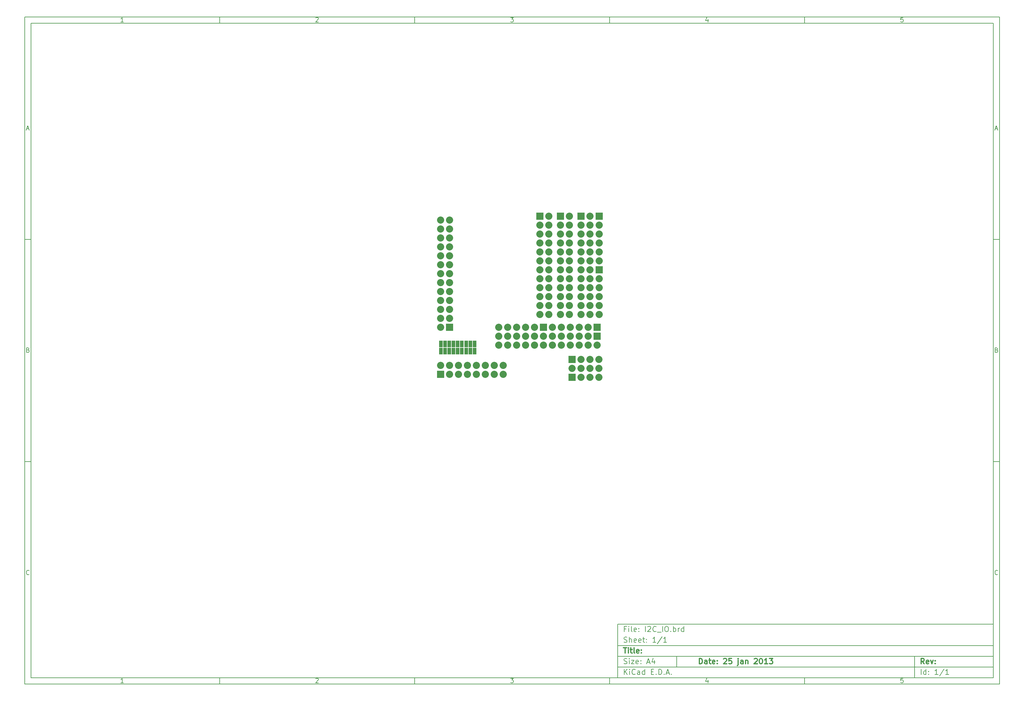
<source format=gbs>
G04 (created by PCBNEW-RS274X (2012-apr-16-27)-stable) date Fri 25 Jan 2013 18:12:53 GMT*
G01*
G70*
G90*
%MOIN*%
G04 Gerber Fmt 3.4, Leading zero omitted, Abs format*
%FSLAX34Y34*%
G04 APERTURE LIST*
%ADD10C,0.006000*%
%ADD11C,0.012000*%
%ADD12R,0.080000X0.080000*%
%ADD13C,0.080000*%
%ADD14R,0.043600X0.075100*%
G04 APERTURE END LIST*
G54D10*
X04000Y-04000D02*
X113000Y-04000D01*
X113000Y-78670D01*
X04000Y-78670D01*
X04000Y-04000D01*
X04700Y-04700D02*
X112300Y-04700D01*
X112300Y-77970D01*
X04700Y-77970D01*
X04700Y-04700D01*
X25800Y-04000D02*
X25800Y-04700D01*
X15043Y-04552D02*
X14757Y-04552D01*
X14900Y-04552D02*
X14900Y-04052D01*
X14852Y-04124D01*
X14805Y-04171D01*
X14757Y-04195D01*
X25800Y-78670D02*
X25800Y-77970D01*
X15043Y-78522D02*
X14757Y-78522D01*
X14900Y-78522D02*
X14900Y-78022D01*
X14852Y-78094D01*
X14805Y-78141D01*
X14757Y-78165D01*
X47600Y-04000D02*
X47600Y-04700D01*
X36557Y-04100D02*
X36581Y-04076D01*
X36629Y-04052D01*
X36748Y-04052D01*
X36795Y-04076D01*
X36819Y-04100D01*
X36843Y-04148D01*
X36843Y-04195D01*
X36819Y-04267D01*
X36533Y-04552D01*
X36843Y-04552D01*
X47600Y-78670D02*
X47600Y-77970D01*
X36557Y-78070D02*
X36581Y-78046D01*
X36629Y-78022D01*
X36748Y-78022D01*
X36795Y-78046D01*
X36819Y-78070D01*
X36843Y-78118D01*
X36843Y-78165D01*
X36819Y-78237D01*
X36533Y-78522D01*
X36843Y-78522D01*
X69400Y-04000D02*
X69400Y-04700D01*
X58333Y-04052D02*
X58643Y-04052D01*
X58476Y-04243D01*
X58548Y-04243D01*
X58595Y-04267D01*
X58619Y-04290D01*
X58643Y-04338D01*
X58643Y-04457D01*
X58619Y-04505D01*
X58595Y-04529D01*
X58548Y-04552D01*
X58405Y-04552D01*
X58357Y-04529D01*
X58333Y-04505D01*
X69400Y-78670D02*
X69400Y-77970D01*
X58333Y-78022D02*
X58643Y-78022D01*
X58476Y-78213D01*
X58548Y-78213D01*
X58595Y-78237D01*
X58619Y-78260D01*
X58643Y-78308D01*
X58643Y-78427D01*
X58619Y-78475D01*
X58595Y-78499D01*
X58548Y-78522D01*
X58405Y-78522D01*
X58357Y-78499D01*
X58333Y-78475D01*
X91200Y-04000D02*
X91200Y-04700D01*
X80395Y-04219D02*
X80395Y-04552D01*
X80276Y-04029D02*
X80157Y-04386D01*
X80467Y-04386D01*
X91200Y-78670D02*
X91200Y-77970D01*
X80395Y-78189D02*
X80395Y-78522D01*
X80276Y-77999D02*
X80157Y-78356D01*
X80467Y-78356D01*
X102219Y-04052D02*
X101981Y-04052D01*
X101957Y-04290D01*
X101981Y-04267D01*
X102029Y-04243D01*
X102148Y-04243D01*
X102195Y-04267D01*
X102219Y-04290D01*
X102243Y-04338D01*
X102243Y-04457D01*
X102219Y-04505D01*
X102195Y-04529D01*
X102148Y-04552D01*
X102029Y-04552D01*
X101981Y-04529D01*
X101957Y-04505D01*
X102219Y-78022D02*
X101981Y-78022D01*
X101957Y-78260D01*
X101981Y-78237D01*
X102029Y-78213D01*
X102148Y-78213D01*
X102195Y-78237D01*
X102219Y-78260D01*
X102243Y-78308D01*
X102243Y-78427D01*
X102219Y-78475D01*
X102195Y-78499D01*
X102148Y-78522D01*
X102029Y-78522D01*
X101981Y-78499D01*
X101957Y-78475D01*
X04000Y-28890D02*
X04700Y-28890D01*
X04231Y-16510D02*
X04469Y-16510D01*
X04184Y-16652D02*
X04350Y-16152D01*
X04517Y-16652D01*
X113000Y-28890D02*
X112300Y-28890D01*
X112531Y-16510D02*
X112769Y-16510D01*
X112484Y-16652D02*
X112650Y-16152D01*
X112817Y-16652D01*
X04000Y-53780D02*
X04700Y-53780D01*
X04386Y-41280D02*
X04457Y-41304D01*
X04481Y-41328D01*
X04505Y-41376D01*
X04505Y-41447D01*
X04481Y-41495D01*
X04457Y-41519D01*
X04410Y-41542D01*
X04219Y-41542D01*
X04219Y-41042D01*
X04386Y-41042D01*
X04433Y-41066D01*
X04457Y-41090D01*
X04481Y-41138D01*
X04481Y-41185D01*
X04457Y-41233D01*
X04433Y-41257D01*
X04386Y-41280D01*
X04219Y-41280D01*
X113000Y-53780D02*
X112300Y-53780D01*
X112686Y-41280D02*
X112757Y-41304D01*
X112781Y-41328D01*
X112805Y-41376D01*
X112805Y-41447D01*
X112781Y-41495D01*
X112757Y-41519D01*
X112710Y-41542D01*
X112519Y-41542D01*
X112519Y-41042D01*
X112686Y-41042D01*
X112733Y-41066D01*
X112757Y-41090D01*
X112781Y-41138D01*
X112781Y-41185D01*
X112757Y-41233D01*
X112733Y-41257D01*
X112686Y-41280D01*
X112519Y-41280D01*
X04505Y-66385D02*
X04481Y-66409D01*
X04410Y-66432D01*
X04362Y-66432D01*
X04290Y-66409D01*
X04243Y-66361D01*
X04219Y-66313D01*
X04195Y-66218D01*
X04195Y-66147D01*
X04219Y-66051D01*
X04243Y-66004D01*
X04290Y-65956D01*
X04362Y-65932D01*
X04410Y-65932D01*
X04481Y-65956D01*
X04505Y-65980D01*
X112805Y-66385D02*
X112781Y-66409D01*
X112710Y-66432D01*
X112662Y-66432D01*
X112590Y-66409D01*
X112543Y-66361D01*
X112519Y-66313D01*
X112495Y-66218D01*
X112495Y-66147D01*
X112519Y-66051D01*
X112543Y-66004D01*
X112590Y-65956D01*
X112662Y-65932D01*
X112710Y-65932D01*
X112781Y-65956D01*
X112805Y-65980D01*
G54D11*
X79443Y-76413D02*
X79443Y-75813D01*
X79586Y-75813D01*
X79671Y-75841D01*
X79729Y-75899D01*
X79757Y-75956D01*
X79786Y-76070D01*
X79786Y-76156D01*
X79757Y-76270D01*
X79729Y-76327D01*
X79671Y-76384D01*
X79586Y-76413D01*
X79443Y-76413D01*
X80300Y-76413D02*
X80300Y-76099D01*
X80271Y-76041D01*
X80214Y-76013D01*
X80100Y-76013D01*
X80043Y-76041D01*
X80300Y-76384D02*
X80243Y-76413D01*
X80100Y-76413D01*
X80043Y-76384D01*
X80014Y-76327D01*
X80014Y-76270D01*
X80043Y-76213D01*
X80100Y-76184D01*
X80243Y-76184D01*
X80300Y-76156D01*
X80500Y-76013D02*
X80729Y-76013D01*
X80586Y-75813D02*
X80586Y-76327D01*
X80614Y-76384D01*
X80672Y-76413D01*
X80729Y-76413D01*
X81157Y-76384D02*
X81100Y-76413D01*
X80986Y-76413D01*
X80929Y-76384D01*
X80900Y-76327D01*
X80900Y-76099D01*
X80929Y-76041D01*
X80986Y-76013D01*
X81100Y-76013D01*
X81157Y-76041D01*
X81186Y-76099D01*
X81186Y-76156D01*
X80900Y-76213D01*
X81443Y-76356D02*
X81471Y-76384D01*
X81443Y-76413D01*
X81414Y-76384D01*
X81443Y-76356D01*
X81443Y-76413D01*
X81443Y-76041D02*
X81471Y-76070D01*
X81443Y-76099D01*
X81414Y-76070D01*
X81443Y-76041D01*
X81443Y-76099D01*
X82157Y-75870D02*
X82186Y-75841D01*
X82243Y-75813D01*
X82386Y-75813D01*
X82443Y-75841D01*
X82472Y-75870D01*
X82500Y-75927D01*
X82500Y-75984D01*
X82472Y-76070D01*
X82129Y-76413D01*
X82500Y-76413D01*
X83043Y-75813D02*
X82757Y-75813D01*
X82728Y-76099D01*
X82757Y-76070D01*
X82814Y-76041D01*
X82957Y-76041D01*
X83014Y-76070D01*
X83043Y-76099D01*
X83071Y-76156D01*
X83071Y-76299D01*
X83043Y-76356D01*
X83014Y-76384D01*
X82957Y-76413D01*
X82814Y-76413D01*
X82757Y-76384D01*
X82728Y-76356D01*
X83785Y-76013D02*
X83785Y-76527D01*
X83756Y-76584D01*
X83699Y-76613D01*
X83671Y-76613D01*
X83785Y-75813D02*
X83756Y-75841D01*
X83785Y-75870D01*
X83813Y-75841D01*
X83785Y-75813D01*
X83785Y-75870D01*
X84328Y-76413D02*
X84328Y-76099D01*
X84299Y-76041D01*
X84242Y-76013D01*
X84128Y-76013D01*
X84071Y-76041D01*
X84328Y-76384D02*
X84271Y-76413D01*
X84128Y-76413D01*
X84071Y-76384D01*
X84042Y-76327D01*
X84042Y-76270D01*
X84071Y-76213D01*
X84128Y-76184D01*
X84271Y-76184D01*
X84328Y-76156D01*
X84614Y-76013D02*
X84614Y-76413D01*
X84614Y-76070D02*
X84642Y-76041D01*
X84700Y-76013D01*
X84785Y-76013D01*
X84842Y-76041D01*
X84871Y-76099D01*
X84871Y-76413D01*
X85585Y-75870D02*
X85614Y-75841D01*
X85671Y-75813D01*
X85814Y-75813D01*
X85871Y-75841D01*
X85900Y-75870D01*
X85928Y-75927D01*
X85928Y-75984D01*
X85900Y-76070D01*
X85557Y-76413D01*
X85928Y-76413D01*
X86299Y-75813D02*
X86356Y-75813D01*
X86413Y-75841D01*
X86442Y-75870D01*
X86471Y-75927D01*
X86499Y-76041D01*
X86499Y-76184D01*
X86471Y-76299D01*
X86442Y-76356D01*
X86413Y-76384D01*
X86356Y-76413D01*
X86299Y-76413D01*
X86242Y-76384D01*
X86213Y-76356D01*
X86185Y-76299D01*
X86156Y-76184D01*
X86156Y-76041D01*
X86185Y-75927D01*
X86213Y-75870D01*
X86242Y-75841D01*
X86299Y-75813D01*
X87070Y-76413D02*
X86727Y-76413D01*
X86899Y-76413D02*
X86899Y-75813D01*
X86842Y-75899D01*
X86784Y-75956D01*
X86727Y-75984D01*
X87270Y-75813D02*
X87641Y-75813D01*
X87441Y-76041D01*
X87527Y-76041D01*
X87584Y-76070D01*
X87613Y-76099D01*
X87641Y-76156D01*
X87641Y-76299D01*
X87613Y-76356D01*
X87584Y-76384D01*
X87527Y-76413D01*
X87355Y-76413D01*
X87298Y-76384D01*
X87270Y-76356D01*
G54D10*
X71043Y-77613D02*
X71043Y-77013D01*
X71386Y-77613D02*
X71129Y-77270D01*
X71386Y-77013D02*
X71043Y-77356D01*
X71643Y-77613D02*
X71643Y-77213D01*
X71643Y-77013D02*
X71614Y-77041D01*
X71643Y-77070D01*
X71671Y-77041D01*
X71643Y-77013D01*
X71643Y-77070D01*
X72272Y-77556D02*
X72243Y-77584D01*
X72157Y-77613D01*
X72100Y-77613D01*
X72015Y-77584D01*
X71957Y-77527D01*
X71929Y-77470D01*
X71900Y-77356D01*
X71900Y-77270D01*
X71929Y-77156D01*
X71957Y-77099D01*
X72015Y-77041D01*
X72100Y-77013D01*
X72157Y-77013D01*
X72243Y-77041D01*
X72272Y-77070D01*
X72786Y-77613D02*
X72786Y-77299D01*
X72757Y-77241D01*
X72700Y-77213D01*
X72586Y-77213D01*
X72529Y-77241D01*
X72786Y-77584D02*
X72729Y-77613D01*
X72586Y-77613D01*
X72529Y-77584D01*
X72500Y-77527D01*
X72500Y-77470D01*
X72529Y-77413D01*
X72586Y-77384D01*
X72729Y-77384D01*
X72786Y-77356D01*
X73329Y-77613D02*
X73329Y-77013D01*
X73329Y-77584D02*
X73272Y-77613D01*
X73158Y-77613D01*
X73100Y-77584D01*
X73072Y-77556D01*
X73043Y-77499D01*
X73043Y-77327D01*
X73072Y-77270D01*
X73100Y-77241D01*
X73158Y-77213D01*
X73272Y-77213D01*
X73329Y-77241D01*
X74072Y-77299D02*
X74272Y-77299D01*
X74358Y-77613D02*
X74072Y-77613D01*
X74072Y-77013D01*
X74358Y-77013D01*
X74615Y-77556D02*
X74643Y-77584D01*
X74615Y-77613D01*
X74586Y-77584D01*
X74615Y-77556D01*
X74615Y-77613D01*
X74901Y-77613D02*
X74901Y-77013D01*
X75044Y-77013D01*
X75129Y-77041D01*
X75187Y-77099D01*
X75215Y-77156D01*
X75244Y-77270D01*
X75244Y-77356D01*
X75215Y-77470D01*
X75187Y-77527D01*
X75129Y-77584D01*
X75044Y-77613D01*
X74901Y-77613D01*
X75501Y-77556D02*
X75529Y-77584D01*
X75501Y-77613D01*
X75472Y-77584D01*
X75501Y-77556D01*
X75501Y-77613D01*
X75758Y-77441D02*
X76044Y-77441D01*
X75701Y-77613D02*
X75901Y-77013D01*
X76101Y-77613D01*
X76301Y-77556D02*
X76329Y-77584D01*
X76301Y-77613D01*
X76272Y-77584D01*
X76301Y-77556D01*
X76301Y-77613D01*
G54D11*
X104586Y-76413D02*
X104386Y-76127D01*
X104243Y-76413D02*
X104243Y-75813D01*
X104471Y-75813D01*
X104529Y-75841D01*
X104557Y-75870D01*
X104586Y-75927D01*
X104586Y-76013D01*
X104557Y-76070D01*
X104529Y-76099D01*
X104471Y-76127D01*
X104243Y-76127D01*
X105071Y-76384D02*
X105014Y-76413D01*
X104900Y-76413D01*
X104843Y-76384D01*
X104814Y-76327D01*
X104814Y-76099D01*
X104843Y-76041D01*
X104900Y-76013D01*
X105014Y-76013D01*
X105071Y-76041D01*
X105100Y-76099D01*
X105100Y-76156D01*
X104814Y-76213D01*
X105300Y-76013D02*
X105443Y-76413D01*
X105585Y-76013D01*
X105814Y-76356D02*
X105842Y-76384D01*
X105814Y-76413D01*
X105785Y-76384D01*
X105814Y-76356D01*
X105814Y-76413D01*
X105814Y-76041D02*
X105842Y-76070D01*
X105814Y-76099D01*
X105785Y-76070D01*
X105814Y-76041D01*
X105814Y-76099D01*
G54D10*
X71014Y-76384D02*
X71100Y-76413D01*
X71243Y-76413D01*
X71300Y-76384D01*
X71329Y-76356D01*
X71357Y-76299D01*
X71357Y-76241D01*
X71329Y-76184D01*
X71300Y-76156D01*
X71243Y-76127D01*
X71129Y-76099D01*
X71071Y-76070D01*
X71043Y-76041D01*
X71014Y-75984D01*
X71014Y-75927D01*
X71043Y-75870D01*
X71071Y-75841D01*
X71129Y-75813D01*
X71271Y-75813D01*
X71357Y-75841D01*
X71614Y-76413D02*
X71614Y-76013D01*
X71614Y-75813D02*
X71585Y-75841D01*
X71614Y-75870D01*
X71642Y-75841D01*
X71614Y-75813D01*
X71614Y-75870D01*
X71843Y-76013D02*
X72157Y-76013D01*
X71843Y-76413D01*
X72157Y-76413D01*
X72614Y-76384D02*
X72557Y-76413D01*
X72443Y-76413D01*
X72386Y-76384D01*
X72357Y-76327D01*
X72357Y-76099D01*
X72386Y-76041D01*
X72443Y-76013D01*
X72557Y-76013D01*
X72614Y-76041D01*
X72643Y-76099D01*
X72643Y-76156D01*
X72357Y-76213D01*
X72900Y-76356D02*
X72928Y-76384D01*
X72900Y-76413D01*
X72871Y-76384D01*
X72900Y-76356D01*
X72900Y-76413D01*
X72900Y-76041D02*
X72928Y-76070D01*
X72900Y-76099D01*
X72871Y-76070D01*
X72900Y-76041D01*
X72900Y-76099D01*
X73614Y-76241D02*
X73900Y-76241D01*
X73557Y-76413D02*
X73757Y-75813D01*
X73957Y-76413D01*
X74414Y-76013D02*
X74414Y-76413D01*
X74271Y-75784D02*
X74128Y-76213D01*
X74500Y-76213D01*
X104243Y-77613D02*
X104243Y-77013D01*
X104786Y-77613D02*
X104786Y-77013D01*
X104786Y-77584D02*
X104729Y-77613D01*
X104615Y-77613D01*
X104557Y-77584D01*
X104529Y-77556D01*
X104500Y-77499D01*
X104500Y-77327D01*
X104529Y-77270D01*
X104557Y-77241D01*
X104615Y-77213D01*
X104729Y-77213D01*
X104786Y-77241D01*
X105072Y-77556D02*
X105100Y-77584D01*
X105072Y-77613D01*
X105043Y-77584D01*
X105072Y-77556D01*
X105072Y-77613D01*
X105072Y-77241D02*
X105100Y-77270D01*
X105072Y-77299D01*
X105043Y-77270D01*
X105072Y-77241D01*
X105072Y-77299D01*
X106129Y-77613D02*
X105786Y-77613D01*
X105958Y-77613D02*
X105958Y-77013D01*
X105901Y-77099D01*
X105843Y-77156D01*
X105786Y-77184D01*
X106814Y-76984D02*
X106300Y-77756D01*
X107329Y-77613D02*
X106986Y-77613D01*
X107158Y-77613D02*
X107158Y-77013D01*
X107101Y-77099D01*
X107043Y-77156D01*
X106986Y-77184D01*
G54D11*
X70957Y-74613D02*
X71300Y-74613D01*
X71129Y-75213D02*
X71129Y-74613D01*
X71500Y-75213D02*
X71500Y-74813D01*
X71500Y-74613D02*
X71471Y-74641D01*
X71500Y-74670D01*
X71528Y-74641D01*
X71500Y-74613D01*
X71500Y-74670D01*
X71700Y-74813D02*
X71929Y-74813D01*
X71786Y-74613D02*
X71786Y-75127D01*
X71814Y-75184D01*
X71872Y-75213D01*
X71929Y-75213D01*
X72215Y-75213D02*
X72157Y-75184D01*
X72129Y-75127D01*
X72129Y-74613D01*
X72671Y-75184D02*
X72614Y-75213D01*
X72500Y-75213D01*
X72443Y-75184D01*
X72414Y-75127D01*
X72414Y-74899D01*
X72443Y-74841D01*
X72500Y-74813D01*
X72614Y-74813D01*
X72671Y-74841D01*
X72700Y-74899D01*
X72700Y-74956D01*
X72414Y-75013D01*
X72957Y-75156D02*
X72985Y-75184D01*
X72957Y-75213D01*
X72928Y-75184D01*
X72957Y-75156D01*
X72957Y-75213D01*
X72957Y-74841D02*
X72985Y-74870D01*
X72957Y-74899D01*
X72928Y-74870D01*
X72957Y-74841D01*
X72957Y-74899D01*
G54D10*
X71243Y-72499D02*
X71043Y-72499D01*
X71043Y-72813D02*
X71043Y-72213D01*
X71329Y-72213D01*
X71557Y-72813D02*
X71557Y-72413D01*
X71557Y-72213D02*
X71528Y-72241D01*
X71557Y-72270D01*
X71585Y-72241D01*
X71557Y-72213D01*
X71557Y-72270D01*
X71929Y-72813D02*
X71871Y-72784D01*
X71843Y-72727D01*
X71843Y-72213D01*
X72385Y-72784D02*
X72328Y-72813D01*
X72214Y-72813D01*
X72157Y-72784D01*
X72128Y-72727D01*
X72128Y-72499D01*
X72157Y-72441D01*
X72214Y-72413D01*
X72328Y-72413D01*
X72385Y-72441D01*
X72414Y-72499D01*
X72414Y-72556D01*
X72128Y-72613D01*
X72671Y-72756D02*
X72699Y-72784D01*
X72671Y-72813D01*
X72642Y-72784D01*
X72671Y-72756D01*
X72671Y-72813D01*
X72671Y-72441D02*
X72699Y-72470D01*
X72671Y-72499D01*
X72642Y-72470D01*
X72671Y-72441D01*
X72671Y-72499D01*
X73414Y-72813D02*
X73414Y-72213D01*
X73671Y-72270D02*
X73700Y-72241D01*
X73757Y-72213D01*
X73900Y-72213D01*
X73957Y-72241D01*
X73986Y-72270D01*
X74014Y-72327D01*
X74014Y-72384D01*
X73986Y-72470D01*
X73643Y-72813D01*
X74014Y-72813D01*
X74614Y-72756D02*
X74585Y-72784D01*
X74499Y-72813D01*
X74442Y-72813D01*
X74357Y-72784D01*
X74299Y-72727D01*
X74271Y-72670D01*
X74242Y-72556D01*
X74242Y-72470D01*
X74271Y-72356D01*
X74299Y-72299D01*
X74357Y-72241D01*
X74442Y-72213D01*
X74499Y-72213D01*
X74585Y-72241D01*
X74614Y-72270D01*
X74728Y-72870D02*
X75185Y-72870D01*
X75328Y-72813D02*
X75328Y-72213D01*
X75728Y-72213D02*
X75842Y-72213D01*
X75900Y-72241D01*
X75957Y-72299D01*
X75985Y-72413D01*
X75985Y-72613D01*
X75957Y-72727D01*
X75900Y-72784D01*
X75842Y-72813D01*
X75728Y-72813D01*
X75671Y-72784D01*
X75614Y-72727D01*
X75585Y-72613D01*
X75585Y-72413D01*
X75614Y-72299D01*
X75671Y-72241D01*
X75728Y-72213D01*
X76243Y-72756D02*
X76271Y-72784D01*
X76243Y-72813D01*
X76214Y-72784D01*
X76243Y-72756D01*
X76243Y-72813D01*
X76529Y-72813D02*
X76529Y-72213D01*
X76529Y-72441D02*
X76586Y-72413D01*
X76700Y-72413D01*
X76757Y-72441D01*
X76786Y-72470D01*
X76815Y-72527D01*
X76815Y-72699D01*
X76786Y-72756D01*
X76757Y-72784D01*
X76700Y-72813D01*
X76586Y-72813D01*
X76529Y-72784D01*
X77072Y-72813D02*
X77072Y-72413D01*
X77072Y-72527D02*
X77100Y-72470D01*
X77129Y-72441D01*
X77186Y-72413D01*
X77243Y-72413D01*
X77700Y-72813D02*
X77700Y-72213D01*
X77700Y-72784D02*
X77643Y-72813D01*
X77529Y-72813D01*
X77471Y-72784D01*
X77443Y-72756D01*
X77414Y-72699D01*
X77414Y-72527D01*
X77443Y-72470D01*
X77471Y-72441D01*
X77529Y-72413D01*
X77643Y-72413D01*
X77700Y-72441D01*
X71014Y-73984D02*
X71100Y-74013D01*
X71243Y-74013D01*
X71300Y-73984D01*
X71329Y-73956D01*
X71357Y-73899D01*
X71357Y-73841D01*
X71329Y-73784D01*
X71300Y-73756D01*
X71243Y-73727D01*
X71129Y-73699D01*
X71071Y-73670D01*
X71043Y-73641D01*
X71014Y-73584D01*
X71014Y-73527D01*
X71043Y-73470D01*
X71071Y-73441D01*
X71129Y-73413D01*
X71271Y-73413D01*
X71357Y-73441D01*
X71614Y-74013D02*
X71614Y-73413D01*
X71871Y-74013D02*
X71871Y-73699D01*
X71842Y-73641D01*
X71785Y-73613D01*
X71700Y-73613D01*
X71642Y-73641D01*
X71614Y-73670D01*
X72385Y-73984D02*
X72328Y-74013D01*
X72214Y-74013D01*
X72157Y-73984D01*
X72128Y-73927D01*
X72128Y-73699D01*
X72157Y-73641D01*
X72214Y-73613D01*
X72328Y-73613D01*
X72385Y-73641D01*
X72414Y-73699D01*
X72414Y-73756D01*
X72128Y-73813D01*
X72899Y-73984D02*
X72842Y-74013D01*
X72728Y-74013D01*
X72671Y-73984D01*
X72642Y-73927D01*
X72642Y-73699D01*
X72671Y-73641D01*
X72728Y-73613D01*
X72842Y-73613D01*
X72899Y-73641D01*
X72928Y-73699D01*
X72928Y-73756D01*
X72642Y-73813D01*
X73099Y-73613D02*
X73328Y-73613D01*
X73185Y-73413D02*
X73185Y-73927D01*
X73213Y-73984D01*
X73271Y-74013D01*
X73328Y-74013D01*
X73528Y-73956D02*
X73556Y-73984D01*
X73528Y-74013D01*
X73499Y-73984D01*
X73528Y-73956D01*
X73528Y-74013D01*
X73528Y-73641D02*
X73556Y-73670D01*
X73528Y-73699D01*
X73499Y-73670D01*
X73528Y-73641D01*
X73528Y-73699D01*
X74585Y-74013D02*
X74242Y-74013D01*
X74414Y-74013D02*
X74414Y-73413D01*
X74357Y-73499D01*
X74299Y-73556D01*
X74242Y-73584D01*
X75270Y-73384D02*
X74756Y-74156D01*
X75785Y-74013D02*
X75442Y-74013D01*
X75614Y-74013D02*
X75614Y-73413D01*
X75557Y-73499D01*
X75499Y-73556D01*
X75442Y-73584D01*
X70300Y-71970D02*
X70300Y-77970D01*
X70300Y-71970D02*
X112300Y-71970D01*
X70300Y-71970D02*
X112300Y-71970D01*
X70300Y-74370D02*
X112300Y-74370D01*
X103500Y-75570D02*
X103500Y-77970D01*
X70300Y-76770D02*
X112300Y-76770D01*
X70300Y-75570D02*
X112300Y-75570D01*
X76900Y-75570D02*
X76900Y-76770D01*
G54D12*
X50500Y-44000D03*
G54D13*
X50500Y-43000D03*
X51500Y-44000D03*
X51500Y-43000D03*
X52500Y-44000D03*
X52500Y-43000D03*
X53500Y-44000D03*
X53500Y-43000D03*
X54500Y-44000D03*
X54500Y-43000D03*
X55500Y-44000D03*
X55500Y-43000D03*
X56500Y-44000D03*
X56500Y-43000D03*
X57500Y-44000D03*
X57500Y-43000D03*
G54D12*
X51500Y-38750D03*
G54D13*
X50500Y-38750D03*
X51500Y-37750D03*
X50500Y-37750D03*
X51500Y-36750D03*
X50500Y-36750D03*
X51500Y-35750D03*
X50500Y-35750D03*
X51500Y-34750D03*
X50500Y-34750D03*
X51500Y-33750D03*
X50500Y-33750D03*
X51500Y-32750D03*
X50500Y-32750D03*
X51500Y-31750D03*
X50500Y-31750D03*
X51500Y-30750D03*
X50500Y-30750D03*
X51500Y-29750D03*
X50500Y-29750D03*
X51500Y-28750D03*
X50500Y-28750D03*
X51500Y-27750D03*
X50500Y-27750D03*
X51500Y-26750D03*
X50500Y-26750D03*
G54D14*
X53838Y-41394D03*
X53838Y-40606D03*
X52892Y-41394D03*
X52892Y-40606D03*
X52419Y-41394D03*
X53364Y-40606D03*
X53364Y-41394D03*
X54310Y-40606D03*
X52419Y-40606D03*
X54310Y-41394D03*
X51947Y-41394D03*
X50530Y-40606D03*
X51947Y-40606D03*
X51474Y-41394D03*
X51474Y-40606D03*
X50530Y-41394D03*
X51002Y-40606D03*
X51002Y-41394D03*
G54D12*
X65200Y-42350D03*
G54D13*
X66200Y-42350D03*
X67200Y-42350D03*
X68200Y-42350D03*
G54D12*
X68000Y-39750D03*
G54D13*
X68000Y-40750D03*
X67000Y-39750D03*
X67000Y-40750D03*
X66000Y-39750D03*
X66000Y-40750D03*
X65000Y-39750D03*
X65000Y-40750D03*
X64000Y-39750D03*
X64000Y-40750D03*
X63000Y-39750D03*
X63000Y-40750D03*
X62000Y-39750D03*
X62000Y-40750D03*
X61000Y-39750D03*
X61000Y-40750D03*
X60000Y-39750D03*
X60000Y-40750D03*
X59000Y-39750D03*
X59000Y-40750D03*
X58000Y-39750D03*
X58000Y-40750D03*
X57000Y-39750D03*
X57000Y-40750D03*
G54D12*
X61600Y-26300D03*
G54D13*
X62600Y-26300D03*
X61600Y-27300D03*
X62600Y-27300D03*
X61600Y-28300D03*
X62600Y-28300D03*
X61600Y-29300D03*
X62600Y-29300D03*
X61600Y-30300D03*
X62600Y-30300D03*
X61600Y-31300D03*
X62600Y-31300D03*
X61600Y-32300D03*
X62600Y-32300D03*
X61600Y-33300D03*
X62600Y-33300D03*
X61600Y-34300D03*
X62600Y-34300D03*
X61600Y-35300D03*
X62600Y-35300D03*
X61600Y-36300D03*
X62600Y-36300D03*
X61600Y-37300D03*
X62600Y-37300D03*
G54D12*
X63900Y-26300D03*
G54D13*
X64900Y-26300D03*
X63900Y-27300D03*
X64900Y-27300D03*
X63900Y-28300D03*
X64900Y-28300D03*
X63900Y-29300D03*
X64900Y-29300D03*
X63900Y-30300D03*
X64900Y-30300D03*
X63900Y-31300D03*
X64900Y-31300D03*
X63900Y-32300D03*
X64900Y-32300D03*
X63900Y-33300D03*
X64900Y-33300D03*
X63900Y-34300D03*
X64900Y-34300D03*
X63900Y-35300D03*
X64900Y-35300D03*
X63900Y-36300D03*
X64900Y-36300D03*
X63900Y-37300D03*
X64900Y-37300D03*
G54D12*
X66200Y-26300D03*
G54D13*
X67200Y-26300D03*
X66200Y-27300D03*
X67200Y-27300D03*
X66200Y-28300D03*
X67200Y-28300D03*
X66200Y-29300D03*
X67200Y-29300D03*
X66200Y-30300D03*
X67200Y-30300D03*
X66200Y-31300D03*
X67200Y-31300D03*
X66200Y-32300D03*
X67200Y-32300D03*
X66200Y-33300D03*
X67200Y-33300D03*
X66200Y-34300D03*
X67200Y-34300D03*
X66200Y-35300D03*
X67200Y-35300D03*
X66200Y-36300D03*
X67200Y-36300D03*
X66200Y-37300D03*
X67200Y-37300D03*
G54D12*
X68000Y-38750D03*
G54D13*
X67000Y-38750D03*
X66000Y-38750D03*
X65000Y-38750D03*
X64000Y-38750D03*
X63000Y-38750D03*
G54D12*
X68250Y-32300D03*
G54D13*
X68250Y-33300D03*
X68250Y-34300D03*
X68250Y-35300D03*
X68250Y-36300D03*
X68250Y-37300D03*
G54D12*
X65200Y-44350D03*
G54D13*
X65200Y-43350D03*
X66200Y-44350D03*
X66200Y-43350D03*
X67200Y-44350D03*
X67200Y-43350D03*
X68200Y-44350D03*
X68200Y-43350D03*
G54D12*
X62000Y-38750D03*
G54D13*
X61000Y-38750D03*
X60000Y-38750D03*
X59000Y-38750D03*
X58000Y-38750D03*
X57000Y-38750D03*
G54D12*
X68250Y-26300D03*
G54D13*
X68250Y-27300D03*
X68250Y-28300D03*
X68250Y-29300D03*
X68250Y-30300D03*
X68250Y-31300D03*
M02*

</source>
